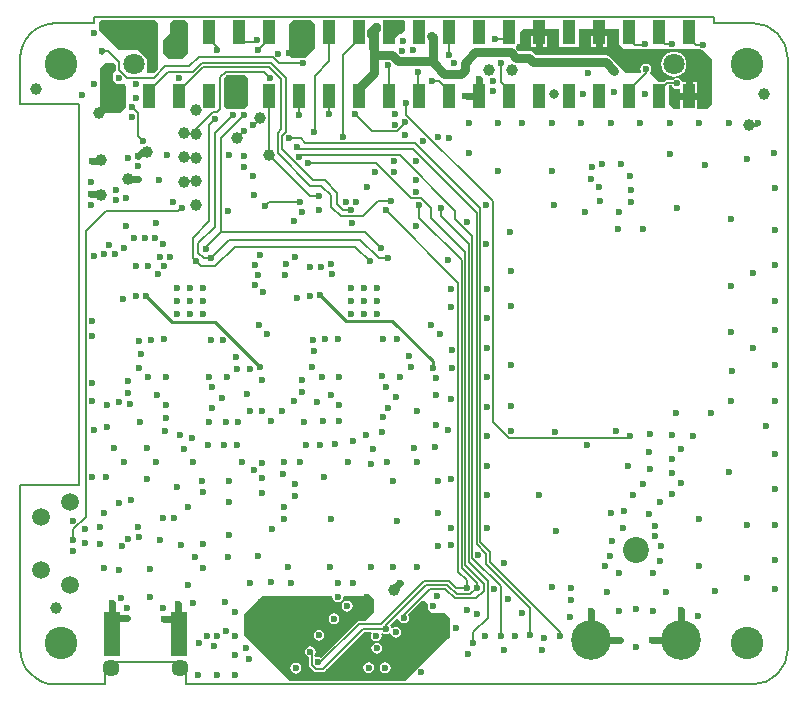
<source format=gbl>
G04 Layer_Physical_Order=4*
G04 Layer_Color=16711680*
%FSLAX44Y44*%
%MOMM*%
G71*
G01*
G75*
%ADD33C,1.0000*%
%ADD71C,0.2500*%
%ADD72C,0.1500*%
%ADD73C,0.3000*%
%ADD74C,0.5000*%
%ADD75C,0.6000*%
%ADD78C,1.0000*%
%ADD81C,0.2000*%
%ADD83C,0.8000*%
%ADD85C,1.8000*%
%ADD86C,3.3600*%
%ADD87C,2.2000*%
%ADD88C,2.7500*%
%ADD89C,1.4500*%
%ADD90C,1.5000*%
%ADD91C,0.6000*%
%ADD92C,0.8000*%
%ADD104R,1.3500X3.8350*%
%ADD105R,1.0000X2.0500*%
G36*
X193000Y513500D02*
X193000Y490250D01*
X190250Y487500D01*
X175500D01*
X173000Y490000D01*
X173000Y513500D01*
X175750Y516250D01*
X190250Y516250D01*
X193000Y513500D01*
D02*
G37*
G36*
X114299Y562451D02*
X116500Y560250D01*
X116500Y543250D01*
X116500Y520494D01*
X113256Y517250D01*
X110000Y517250D01*
X107000Y520250D01*
X107000Y529500D01*
X99500Y537000D01*
X83502Y537000D01*
X66500Y554000D01*
X66500Y560500D01*
X68451Y562451D01*
X114299D01*
D02*
G37*
G36*
X551761Y506994D02*
X552756Y505506D01*
X554244Y504511D01*
X556000Y504162D01*
X557756Y504511D01*
X557980Y504661D01*
X559100Y504062D01*
X559100Y487500D01*
X552750Y487500D01*
X549000Y491250D01*
X549000Y507206D01*
X551719D01*
X551761Y506994D01*
D02*
G37*
G36*
X263796Y74750D02*
X264412Y74000D01*
X264761Y72244D01*
X265756Y70756D01*
X267244Y69761D01*
X269000Y69412D01*
X270756Y69761D01*
X272244Y70756D01*
X273239Y72244D01*
X273588Y74000D01*
X274204Y74750D01*
X297000Y74750D01*
X299750Y72000D01*
X299750Y61250D01*
X292332Y53832D01*
X286788D01*
X285910Y53657D01*
X285166Y53160D01*
X254498Y22492D01*
X253755Y22989D01*
X251999Y23338D01*
X250433Y23026D01*
X249288Y23729D01*
X249127Y24705D01*
X249988Y25994D01*
X250338Y27750D01*
X249988Y29506D01*
X248994Y30994D01*
X247505Y31989D01*
X245749Y32338D01*
X243993Y31989D01*
X242505Y30994D01*
X241510Y29506D01*
X241161Y27750D01*
X241510Y25994D01*
X242505Y24506D01*
X243993Y23511D01*
X244455Y23419D01*
Y16575D01*
X244630Y15697D01*
X245127Y14953D01*
X248952Y11128D01*
X248952Y11128D01*
X249697Y10630D01*
X250575Y10456D01*
X256424D01*
X257302Y10630D01*
X258046Y11128D01*
X258275Y11470D01*
X291513Y44708D01*
X296938D01*
X297617Y43438D01*
X297160Y42756D01*
X296811Y41000D01*
X297160Y39244D01*
X298155Y37756D01*
X299644Y36761D01*
X301399Y36412D01*
X303155Y36761D01*
X304644Y37756D01*
X305638Y39244D01*
X305988Y41000D01*
X305686Y42515D01*
X306241Y43313D01*
X306583Y43629D01*
X306721Y43624D01*
X308009Y42763D01*
X309765Y42414D01*
X311521Y42763D01*
X312485Y43408D01*
X313856Y42944D01*
X313876Y42926D01*
X314011Y42244D01*
X315006Y40756D01*
X316494Y39761D01*
X318250Y39412D01*
X320006Y39761D01*
X321494Y40756D01*
X322489Y42244D01*
X322838Y44000D01*
X322489Y45756D01*
X321494Y47244D01*
X320006Y48239D01*
X318250Y48588D01*
X316494Y48239D01*
X315530Y47595D01*
X314159Y48058D01*
X314139Y48077D01*
X314004Y48758D01*
X313009Y50247D01*
X313007Y50269D01*
X318959Y56221D01*
X320265Y55730D01*
X320510Y54494D01*
X321505Y53005D01*
X322994Y52011D01*
X324749Y51662D01*
X326505Y52011D01*
X327994Y53005D01*
X328988Y54494D01*
X329338Y56250D01*
X328988Y58005D01*
X328392Y58898D01*
X339744Y70250D01*
X342553D01*
X345000Y67803D01*
Y66946D01*
X344911Y66500D01*
X345000Y66054D01*
X345000Y63500D01*
X348250Y60250D01*
X359500D01*
X364000Y55750D01*
X364000Y41250D01*
X326000Y3250D01*
X227500Y3250D01*
X189250Y41500D01*
X189250Y59500D01*
X204500Y74750D01*
X263796Y74750D01*
D02*
G37*
G36*
X81000Y524250D02*
X81000Y519250D01*
X79000Y517250D01*
X79000Y511567D01*
X82066Y508500D01*
X83731D01*
X84029Y508441D01*
X84327Y508500D01*
X88250D01*
X89750Y507000D01*
Y488500D01*
X85250Y484000D01*
X68398Y483999D01*
X67500Y484897D01*
X67500Y522250D01*
X71500Y526250D01*
X79000D01*
X81000Y524250D01*
D02*
G37*
G36*
X305750Y558250D02*
X305750Y553750D01*
X303500Y551500D01*
X303500Y537250D01*
X296398Y537250D01*
X295500Y538148D01*
X295500Y547000D01*
X293500Y549000D01*
Y553750D01*
X299750Y560000D01*
X304000Y560000D01*
X305750Y558250D01*
D02*
G37*
G36*
X506875Y542125D02*
X511250Y537750D01*
X576387D01*
X576744Y537511D01*
X577985Y537264D01*
X586000Y529250D01*
X586000Y491750D01*
X581750Y487500D01*
X574248Y487500D01*
X573350Y488398D01*
X573350Y510250D01*
X560290Y510250D01*
X560239Y510506D01*
X559244Y511994D01*
X557756Y512989D01*
X556000Y513338D01*
X554244Y512989D01*
X552756Y511994D01*
X552622Y511794D01*
X547400D01*
X546522Y511619D01*
X545778Y511122D01*
X544906Y510250D01*
X540500Y510250D01*
X533094Y517656D01*
X533989Y518994D01*
X534338Y520750D01*
X533989Y522506D01*
X532994Y523994D01*
X531506Y524989D01*
X529750Y525338D01*
X527994Y524989D01*
X526506Y523994D01*
X525511Y522506D01*
X525162Y520750D01*
X525506Y519020D01*
X525550Y518790D01*
X524831Y517750D01*
X512500Y517750D01*
X507079Y523171D01*
X506715Y523715D01*
X499590Y530840D01*
X497771Y532056D01*
X495625Y532483D01*
X436948D01*
X434715Y534715D01*
X432896Y535931D01*
X430750Y536358D01*
X421802D01*
X420000Y538160D01*
X420000Y540250D01*
X420250Y540500D01*
X420400D01*
Y540650D01*
X423000Y543250D01*
X423000Y552000D01*
X426250Y555250D01*
X432250D01*
X432250Y539750D01*
X446500Y539750D01*
X446500Y555250D01*
X456500Y555250D01*
X456500Y539750D01*
X473000D01*
X473000Y555250D01*
X483050Y555250D01*
X483050Y539750D01*
X497300Y539750D01*
X497300Y555250D01*
X506875Y555250D01*
X506875Y542125D01*
D02*
G37*
G36*
X246299Y562451D02*
X250000Y558750D01*
Y539000D01*
X241500Y530500D01*
X229750D01*
X227250Y533000D01*
Y558750D01*
X230951Y562451D01*
X246299D01*
D02*
G37*
G36*
X139549Y562451D02*
X142500Y559500D01*
X142500Y534250D01*
X137750Y529500D01*
X125750Y529500D01*
X121000Y534249D01*
Y545500D01*
X126750Y551250D01*
X126750Y560000D01*
X129201Y562451D01*
X139549D01*
D02*
G37*
G36*
X325352Y562451D02*
X326250Y561553D01*
X326250Y554000D01*
X323000Y550750D01*
X320750Y550750D01*
X317250Y547250D01*
X317250Y542000D01*
X307500D01*
Y562451D01*
X325352D01*
D02*
G37*
%LPC*%
G36*
X294999Y18838D02*
X293244Y18489D01*
X291755Y17494D01*
X290760Y16006D01*
X290411Y14250D01*
X290760Y12494D01*
X291755Y11006D01*
X293244Y10011D01*
X294999Y9662D01*
X296755Y10011D01*
X298244Y11006D01*
X299238Y12494D01*
X299587Y14250D01*
X299238Y16006D01*
X298244Y17494D01*
X296755Y18489D01*
X294999Y18838D01*
D02*
G37*
G36*
X308999Y18588D02*
X307243Y18239D01*
X305755Y17244D01*
X304760Y15756D01*
X304411Y14000D01*
X304760Y12244D01*
X305755Y10756D01*
X307243Y9761D01*
X308999Y9412D01*
X310755Y9761D01*
X312244Y10756D01*
X313238Y12244D01*
X313587Y14000D01*
X313238Y15756D01*
X312244Y17244D01*
X310755Y18239D01*
X308999Y18588D01*
D02*
G37*
G36*
X233499Y18338D02*
X231744Y17989D01*
X230255Y16995D01*
X229261Y15506D01*
X228911Y13750D01*
X229261Y11994D01*
X230255Y10506D01*
X231744Y9511D01*
X233499Y9162D01*
X235255Y9511D01*
X236744Y10506D01*
X237738Y11994D01*
X238088Y13750D01*
X237738Y15506D01*
X236744Y16995D01*
X235255Y17989D01*
X233499Y18338D01*
D02*
G37*
G36*
X301999Y35088D02*
X300243Y34739D01*
X298755Y33744D01*
X297760Y32256D01*
X297411Y30500D01*
X297760Y28744D01*
X298755Y27256D01*
X300243Y26261D01*
X301999Y25912D01*
X303755Y26261D01*
X305244Y27256D01*
X306238Y28744D01*
X306588Y30500D01*
X306238Y32256D01*
X305244Y33744D01*
X303755Y34739D01*
X301999Y35088D01*
D02*
G37*
G36*
X276999Y70838D02*
X275243Y70489D01*
X273755Y69494D01*
X272760Y68006D01*
X272411Y66250D01*
X272760Y64494D01*
X273755Y63006D01*
X275243Y62011D01*
X276999Y61662D01*
X278755Y62011D01*
X280244Y63006D01*
X281238Y64494D01*
X281588Y66250D01*
X281238Y68006D01*
X280244Y69494D01*
X278755Y70489D01*
X276999Y70838D01*
D02*
G37*
G36*
X252999Y46088D02*
X251244Y45739D01*
X249755Y44744D01*
X248761Y43256D01*
X248411Y41500D01*
X248761Y39744D01*
X249755Y38256D01*
X251244Y37261D01*
X252999Y36912D01*
X254755Y37261D01*
X256244Y38256D01*
X257238Y39744D01*
X257588Y41500D01*
X257238Y43256D01*
X256244Y44744D01*
X254755Y45739D01*
X252999Y46088D01*
D02*
G37*
G36*
X265763Y60341D02*
X264007Y59992D01*
X262519Y58997D01*
X261524Y57509D01*
X261175Y55753D01*
X261524Y53997D01*
X262519Y52508D01*
X264007Y51514D01*
X265763Y51165D01*
X267519Y51514D01*
X269007Y52508D01*
X270002Y53997D01*
X270351Y55753D01*
X270002Y57509D01*
X269007Y58997D01*
X267519Y59992D01*
X265763Y60341D01*
D02*
G37*
G36*
X553600Y535591D02*
X550859Y535230D01*
X548305Y534172D01*
X546111Y532489D01*
X544428Y530295D01*
X543370Y527741D01*
X543009Y525000D01*
X543370Y522259D01*
X544428Y519705D01*
X546111Y517511D01*
X548305Y515828D01*
X550859Y514770D01*
X553600Y514409D01*
X556341Y514770D01*
X558895Y515828D01*
X561089Y517511D01*
X562772Y519705D01*
X563830Y522259D01*
X564190Y525000D01*
X563830Y527741D01*
X562772Y530295D01*
X561089Y532489D01*
X558895Y534172D01*
X556341Y535230D01*
X553600Y535591D01*
D02*
G37*
%LPD*%
D33*
X68250Y414500D02*
D03*
X13500Y504250D02*
D03*
X30000Y65000D02*
D03*
X630000Y500000D02*
D03*
X210700Y448300D02*
D03*
X617000Y473500D02*
D03*
X316750Y79823D02*
D03*
X67000Y484000D02*
D03*
X68750Y444000D02*
D03*
X107500Y450500D02*
D03*
X91750Y427750D02*
D03*
X246750Y65250D02*
D03*
X138500Y467250D02*
D03*
Y446250D02*
D03*
Y425250D02*
D03*
X183500Y462500D02*
D03*
X203250Y479250D02*
D03*
X148500Y406000D02*
D03*
X148500Y486000D02*
D03*
X148500Y466000D02*
D03*
Y446000D02*
D03*
Y426000D02*
D03*
X416751Y520250D02*
D03*
X396751D02*
D03*
D71*
X254000Y329750D02*
X276250Y307500D01*
X106250Y329250D02*
X129000Y306500D01*
X165250D01*
X203250Y268500D01*
X276250Y307500D02*
X315250D01*
X349250Y267750D02*
Y273500D01*
X315250Y307500D02*
X349250Y273500D01*
D72*
X45000Y121950D02*
Y131300D01*
X55800Y142100D01*
X207600Y405400D02*
X210700Y408500D01*
X237250D01*
X268700Y406300D02*
Y415800D01*
X257800Y426700D02*
X268700Y415800D01*
X248300Y426700D02*
X257800D01*
X263088Y404488D02*
Y414000D01*
X254838Y422250D02*
X263088Y414000D01*
X245325Y422250D02*
X254838D01*
X210700Y448300D02*
X245100Y413900D01*
X253200D01*
X272000Y463500D02*
X272750Y464250D01*
X55800Y142100D02*
Y383600D01*
X72600Y400400D01*
X133700D01*
X136800Y403500D01*
X263088Y404488D02*
X271325Y396250D01*
X217950Y449625D02*
X245325Y422250D01*
X222000Y453000D02*
X248300Y426700D01*
X268700Y406300D02*
X273500Y401500D01*
X330750Y411750D02*
X339425D01*
X301000Y441500D02*
X330750Y411750D01*
X244000Y441500D02*
X301000D01*
X286788Y51538D02*
X305463D01*
X254000Y18750D02*
X286788Y51538D01*
X256424Y12750D02*
Y12863D01*
X545650Y542250D02*
X552250D01*
X520750Y541750D02*
X528500D01*
X529250Y542500D01*
X515500Y547000D02*
X520750Y541750D01*
X406750Y509750D02*
Y526250D01*
X312036Y500265D02*
Y523964D01*
X311250Y524750D02*
X312036Y523964D01*
X210700Y546450D02*
Y552250D01*
X201250Y537000D02*
X210700Y546450D01*
X189300Y544000D02*
X200250D01*
X219500Y525750D02*
X239750D01*
X185300Y551800D02*
Y552250D01*
X188800Y544500D02*
X189300Y544000D01*
X159900Y546850D02*
Y552250D01*
Y546850D02*
X167000Y539750D01*
Y537500D02*
Y539750D01*
X151250Y531500D02*
X213750D01*
X146500Y518500D02*
X154250Y526250D01*
X125000Y518500D02*
X146500D01*
X109100Y502600D02*
X125000Y518500D01*
X148500Y466000D02*
Y470250D01*
X138500Y446250D02*
X138750Y446000D01*
X148500D01*
X138500Y425250D02*
X139251Y426000D01*
X148500D01*
X138500Y467250D02*
X139749Y466000D01*
X148500D01*
Y470250D02*
X163000Y484750D01*
X288000Y376500D02*
X303483Y361017D01*
X177250Y376500D02*
X288000D01*
X161750Y361000D02*
X177250Y376500D01*
X291750Y383000D02*
X305500Y369250D01*
X169750Y383000D02*
X291750D01*
X160250Y473750D02*
X165250Y478750D01*
X160250Y392250D02*
Y473750D01*
X146250Y378250D02*
X160250Y392250D01*
X165000Y466795D02*
X180229Y482024D01*
X165000Y387500D02*
Y466795D01*
X151000Y373500D02*
X165000Y387500D01*
X157250Y370500D02*
X169750Y383000D01*
Y462250D02*
X189500Y482000D01*
X169750Y383000D02*
Y462250D01*
X154250Y526250D02*
X212250D01*
X155250Y522750D02*
X210500D01*
X174000Y518750D02*
X206250D01*
X169250Y514000D02*
X174000Y518750D01*
X169250Y487500D02*
Y514000D01*
X166500Y484750D02*
X169250Y487500D01*
X206250Y518750D02*
X211250Y513750D01*
X221000Y470250D02*
Y512250D01*
X210500Y522750D02*
X221000Y512250D01*
X225250Y467674D02*
Y513250D01*
X212250Y526250D02*
X225250Y513250D01*
X213750Y531500D02*
X219500Y525750D01*
X143000Y523250D02*
X151250Y531500D01*
X134500Y502000D02*
X155250Y522750D01*
X540900Y497750D02*
Y503000D01*
X547400Y509500D01*
X324749Y56250D02*
Y58499D01*
X327000Y482250D02*
X400250Y409000D01*
X327000Y482250D02*
Y492250D01*
X183500Y462500D02*
X189250Y468250D01*
X217950Y449625D02*
Y467200D01*
X222000Y453000D02*
Y464425D01*
X217950Y467200D02*
X221000Y470250D01*
X222000Y464425D02*
X225250Y467674D01*
X363000Y550900D02*
X363100Y551000D01*
X363000Y533250D02*
Y550900D01*
X237500Y462250D02*
X241500Y458250D01*
X227250Y462250D02*
X237500D01*
X309765Y47002D02*
Y50271D01*
X83700Y499000D02*
X84200Y498500D01*
X363100Y499000D02*
Y502400D01*
X337700Y499000D02*
X337750Y499050D01*
X337000Y499800D02*
X337750Y499050D01*
X413900Y546400D02*
Y551000D01*
X401750Y546000D02*
X413500D01*
X413900Y546400D01*
X354250Y511250D02*
X363100Y502400D01*
X337000Y499800D02*
Y518500D01*
X348500Y511250D02*
X354250D01*
X261500Y527500D02*
Y551000D01*
X273500Y533250D02*
X286900Y546650D01*
Y551000D01*
X134500Y499000D02*
Y502000D01*
X249250Y515250D02*
X261500Y527500D01*
X529750Y517250D02*
Y520750D01*
X515500Y503000D02*
X529750Y517250D01*
X515500Y499000D02*
Y503000D01*
Y547000D02*
Y551000D01*
X566300Y547450D02*
X572000Y541750D01*
X566300Y547450D02*
Y551000D01*
X572000Y541750D02*
X578500D01*
X540900Y547000D02*
Y551000D01*
X515250Y208750D02*
X516750Y210250D01*
X400250Y222250D02*
Y409000D01*
Y222250D02*
X413750Y208750D01*
X515250D01*
X83200Y551750D02*
X83700Y552250D01*
X540900Y547000D02*
X545650Y542250D01*
X151000Y365500D02*
Y373500D01*
Y365500D02*
X155500Y361000D01*
X161750D01*
X303483Y361017D02*
X311733D01*
X146250Y360875D02*
X148875Y358250D01*
X146250Y360875D02*
Y378250D01*
X148875Y358250D02*
X152875Y354250D01*
X165250D01*
X181500Y370500D01*
X157250Y368250D02*
Y370500D01*
X181500Y370500D02*
X283750D01*
X296000Y358250D01*
X368375Y394375D02*
X382750Y380000D01*
X356000Y396500D02*
Y403000D01*
Y396500D02*
X379750Y372750D01*
X241500Y458250D02*
X334500D01*
X389500Y403250D01*
X234250Y455250D02*
X236000Y453500D01*
X332250D01*
X386500Y399250D01*
X236250Y446750D02*
X237750Y448250D01*
X348000Y394500D02*
X376750Y365750D01*
X339425Y411750D02*
X348000Y403175D01*
Y394500D02*
Y403175D01*
X338000Y394750D02*
Y405751D01*
Y394750D02*
X373750Y359000D01*
X273500Y401500D02*
X280250D01*
X290000Y396250D02*
X303000Y409250D01*
X271325Y396250D02*
X290000D01*
X303000Y409250D02*
X313770D01*
X309500Y401500D02*
X370750Y340250D01*
X197750Y473750D02*
X203250Y479250D01*
X197250Y473750D02*
X197750D01*
X406750Y509750D02*
X413900Y502600D01*
Y499000D02*
Y502600D01*
X163000Y484750D02*
X166500D01*
X321250Y448250D02*
X368375Y401125D01*
Y394375D02*
Y401125D01*
X237750Y448250D02*
X321250D01*
X113000Y513750D02*
X122500Y523250D01*
X143000D01*
X109100Y499000D02*
Y502600D01*
X69500Y534000D02*
Y536250D01*
X84000Y520500D02*
X90750Y513750D01*
X113000D01*
X210700Y448300D02*
Y497750D01*
Y499000D01*
X261500Y497750D02*
Y499000D01*
X74500Y536250D02*
X84000Y526750D01*
X69500Y536250D02*
X74500D01*
X84000Y520500D02*
Y526750D01*
X547400Y509500D02*
X556000D01*
X95000Y488500D02*
X100000Y483500D01*
Y464000D02*
Y483500D01*
Y464000D02*
X104000Y460000D01*
X245749Y27750D02*
X246749Y26750D01*
Y16575D02*
Y26750D01*
Y16575D02*
X250575Y12750D01*
X256424D01*
X251999Y18750D02*
X254000D01*
X256424Y12863D02*
X290563Y47002D01*
X309765D01*
X325500Y475075D02*
Y476325D01*
X319175Y468750D02*
X325500Y475075D01*
X236000Y482250D02*
X236100Y482350D01*
Y497750D01*
X261500Y482500D02*
X261500Y482500D01*
X261500Y482500D02*
Y497750D01*
X248500Y467500D02*
X249250Y468250D01*
Y515250D01*
X297675Y468750D02*
X319175D01*
X283750Y482674D02*
X297675Y468750D01*
X273500Y463500D02*
Y533250D01*
X359000Y551000D02*
X363100D01*
X376750Y101007D02*
Y365750D01*
X379750Y103500D02*
Y372750D01*
X386500Y118750D02*
Y399250D01*
Y118750D02*
X394500Y110750D01*
X389500Y120500D02*
Y403250D01*
Y120500D02*
X397750Y112250D01*
X369250Y81750D02*
X378000D01*
X305463Y51538D02*
X341674Y87750D01*
X363250D01*
X369250Y81750D01*
X309765Y50271D02*
X343744Y84250D01*
X361750D01*
X369500Y76500D01*
X324749Y58499D02*
X347250Y81000D01*
X359750D01*
X367875Y72875D01*
X386300D01*
X373750Y98750D02*
Y359000D01*
X370750Y95250D02*
Y340250D01*
Y95250D02*
X378000Y88000D01*
Y81750D02*
Y88000D01*
X386500Y81750D02*
Y86000D01*
X373750Y98750D02*
X386500Y86000D01*
X381250Y76500D02*
X386500Y81750D01*
X369500Y76500D02*
X381250D01*
X386300Y72875D02*
X392500Y79075D01*
Y85257D01*
X376750Y101007D02*
X392500Y85257D01*
X379750Y103500D02*
X395750Y87500D01*
X397750Y103500D02*
Y112250D01*
Y103500D02*
X457000Y44250D01*
Y41000D02*
Y44250D01*
X394500Y101500D02*
Y110750D01*
Y101500D02*
X431750Y64250D01*
Y41500D02*
Y64250D01*
X382750Y107076D02*
X406750Y83075D01*
X382750Y107076D02*
Y380000D01*
X406750Y41250D02*
Y83075D01*
X383250Y35000D02*
Y44000D01*
X395750Y56500D01*
Y87500D01*
X620000Y0D02*
G03*
X650000Y30000I0J30000D01*
G01*
X650000Y530000D02*
G03*
X620000Y560000I-30000J0D01*
G01*
X572000Y0D02*
X620000D01*
X498000D02*
X572000D01*
X140250D02*
X498000D01*
X140250D02*
Y19250D01*
X71750D02*
X140250D01*
X71750Y0D02*
Y19250D01*
X30000Y0D02*
X71750D01*
X24148Y576D02*
X30000Y0D01*
X18520Y2284D02*
X24148Y576D01*
X13333Y5056D02*
X18520Y2284D01*
X8787Y8787D02*
X13333Y5056D01*
X5056Y13333D02*
X8787Y8787D01*
X2284Y18520D02*
X5056Y13333D01*
X577Y24147D02*
X2284Y18520D01*
X0Y30000D02*
X577Y24147D01*
X0Y30000D02*
Y168500D01*
X49750D01*
Y491250D01*
X0D02*
X49750D01*
X0D02*
Y530000D01*
X577Y535853D01*
X2284Y541480D01*
X5056Y546667D01*
X8787Y551213D01*
X13333Y554944D01*
X18520Y557716D01*
X24148Y559424D01*
X30000Y560000D01*
X62750Y560000D01*
X62750Y565000D02*
X62750Y560000D01*
X62750Y565000D02*
X587250Y565000D01*
X587250Y560000D01*
X620000Y560000D01*
X650000Y30000D02*
X650000Y530000D01*
D73*
X623500Y473500D02*
X625000Y475000D01*
X617000Y473500D02*
X623500D01*
D74*
X340749Y66500D02*
Y67650D01*
D75*
X543526Y513223D02*
Y513275D01*
X388500Y512500D02*
X388500Y512500D01*
X388500Y497750D02*
Y512500D01*
X378500Y498250D02*
X388000D01*
X388500Y497750D01*
X60750Y443500D02*
X68250D01*
X566300Y497750D02*
Y513800D01*
X431500Y552250D02*
X439300D01*
X490100Y536200D02*
Y552250D01*
X478550D02*
X490100D01*
X502050D01*
X439300D02*
X451250D01*
X439300Y536200D02*
Y552250D01*
X576500Y499000D02*
X576750Y498750D01*
X312300Y552250D02*
Y556500D01*
Y548000D02*
Y552250D01*
X134250Y29000D02*
Y42228D01*
X68250Y443500D02*
X68750Y444000D01*
X91750Y427750D02*
X92000Y427500D01*
X100000D01*
X555250Y499000D02*
X555250Y499000D01*
X185734Y512800D02*
X185759Y512775D01*
X185300Y512800D02*
X185734D01*
X563227Y42500D02*
X563500Y42228D01*
X77750Y29000D02*
Y42430D01*
X77750Y42430D01*
X483250Y37900D02*
Y62250D01*
Y37900D02*
X483400Y37750D01*
X508000D01*
X508000Y37750D01*
X559500Y37850D02*
X559600Y37750D01*
X559500Y37850D02*
Y62750D01*
X534750Y37750D02*
X559600D01*
X67750Y415000D02*
X68250Y414500D01*
X60250Y415000D02*
X67750D01*
X100000Y447250D02*
X103250Y450500D01*
X107500D01*
X316750Y81250D02*
X321750Y86250D01*
X316750Y79823D02*
Y81250D01*
X77750Y42430D02*
Y68500D01*
X77750Y56500D02*
X90750D01*
X133977Y42500D02*
X134250Y42228D01*
X134000Y42477D02*
Y68250D01*
X121500Y55500D02*
X134250D01*
X134149Y42329D02*
X134250Y42228D01*
X185300Y499000D02*
Y512800D01*
X554350Y497750D02*
X566300D01*
X577850D01*
D78*
X134500Y538500D02*
Y551000D01*
D81*
X354017Y462767D02*
Y462773D01*
D83*
X299500Y517250D02*
Y531250D01*
X286900Y504650D02*
X299500Y517250D01*
X286900Y497750D02*
Y504650D01*
X434625Y526875D02*
X495625D01*
X502750Y519750D01*
X430750Y530750D02*
X434625Y526875D01*
X419479Y530750D02*
X430750D01*
X415229Y535000D02*
X419479Y530750D01*
X385250Y535000D02*
X415229D01*
X376500Y526250D02*
X385250Y535000D01*
X349250Y529000D02*
Y536750D01*
X299500Y531250D02*
X301500Y533250D01*
X314771D01*
X320020Y528000D01*
X348250D01*
X349250Y529000D01*
X376500Y520250D02*
Y526250D01*
X373250Y517000D02*
X376500Y520250D01*
X359000Y517000D02*
X373250D01*
X349250Y526750D02*
X359000Y517000D01*
X349250Y526750D02*
Y529000D01*
Y536750D02*
Y547950D01*
X348200Y549000D02*
X349250Y547950D01*
X299500Y531250D02*
Y553750D01*
D85*
X553600Y525000D02*
D03*
X96400D02*
D03*
D86*
X559600Y37750D02*
D03*
X483400D02*
D03*
D87*
X521500Y113950D02*
D03*
D88*
X35000Y35000D02*
D03*
Y525000D02*
D03*
X615000D02*
D03*
Y35000D02*
D03*
D89*
X76750Y14250D02*
D03*
X135250Y14250D02*
D03*
D90*
X42500Y84000D02*
D03*
X17500Y96500D02*
D03*
Y141500D02*
D03*
X42500Y154000D02*
D03*
D91*
X132875Y335500D02*
D03*
Y313500D02*
D03*
Y324500D02*
D03*
X143875Y313500D02*
D03*
Y324500D02*
D03*
X154875Y313500D02*
D03*
X143875Y335500D02*
D03*
X154875Y324500D02*
D03*
Y335500D02*
D03*
X280000Y336000D02*
D03*
Y314000D02*
D03*
Y325000D02*
D03*
X291000Y314000D02*
D03*
Y325000D02*
D03*
X302000Y314000D02*
D03*
X291000Y336000D02*
D03*
X302000Y325000D02*
D03*
Y336000D02*
D03*
X91250Y246500D02*
D03*
X239000Y247250D02*
D03*
X588000Y78750D02*
D03*
X639000Y81000D02*
D03*
X44900Y112550D02*
D03*
X44700Y138650D02*
D03*
X45000Y121950D02*
D03*
X136800Y403500D02*
D03*
X207600Y405400D02*
D03*
X237250Y408500D02*
D03*
X253200Y413900D02*
D03*
X92750Y237500D02*
D03*
X237250Y188000D02*
D03*
X187500Y188500D02*
D03*
X365000Y241750D02*
D03*
X335500Y388500D02*
D03*
X146750Y188250D02*
D03*
X277750D02*
D03*
X310250D02*
D03*
X300500Y434000D02*
D03*
X124000Y542750D02*
D03*
X62250Y551750D02*
D03*
X251999Y18750D02*
D03*
X252999Y32750D02*
D03*
X543526Y513275D02*
D03*
X502750Y501500D02*
D03*
X406750Y526250D02*
D03*
X400500Y511000D02*
D03*
X388500Y512500D02*
D03*
X324250Y545000D02*
D03*
X332250Y537500D02*
D03*
X349250Y536750D02*
D03*
X322250Y556750D02*
D03*
X201250Y537000D02*
D03*
X177250Y448000D02*
D03*
X124000D02*
D03*
X117500Y427000D02*
D03*
X129250Y408000D02*
D03*
X94750Y480000D02*
D03*
X98250Y496500D02*
D03*
X200500Y545500D02*
D03*
X134250Y513000D02*
D03*
X176250Y491000D02*
D03*
X167000Y537500D02*
D03*
X177250Y513000D02*
D03*
X211250Y513750D02*
D03*
X239750Y525750D02*
D03*
X506750Y62000D02*
D03*
X496500Y78000D02*
D03*
X546750D02*
D03*
X541500Y154750D02*
D03*
X551500Y161500D02*
D03*
X443500Y39250D02*
D03*
X349499Y66500D02*
D03*
X449500Y541000D02*
D03*
X480500Y517750D02*
D03*
X476750Y499500D02*
D03*
X529250Y499500D02*
D03*
X577000Y490500D02*
D03*
X503250Y540750D02*
D03*
X189250Y468250D02*
D03*
X197250Y473750D02*
D03*
X363000Y533250D02*
D03*
X302750Y556750D02*
D03*
X376500Y526250D02*
D03*
X367500Y526000D02*
D03*
X227250Y462250D02*
D03*
X248500Y467500D02*
D03*
X234250Y455250D02*
D03*
X236250Y446750D02*
D03*
X280250Y401500D02*
D03*
X296500Y550500D02*
D03*
X480250Y535750D02*
D03*
X325750Y465500D02*
D03*
X394500Y405750D02*
D03*
X414749Y383000D02*
D03*
X424750Y60750D02*
D03*
X231750Y392250D02*
D03*
X176250Y400750D02*
D03*
X247000Y540250D02*
D03*
X134250Y534500D02*
D03*
X125750Y534250D02*
D03*
X555250Y499750D02*
D03*
X576750Y499750D02*
D03*
X376750Y498250D02*
D03*
X186509Y512775D02*
D03*
X387000Y59250D02*
D03*
X369000Y47750D02*
D03*
X383250Y35000D02*
D03*
X378250Y63000D02*
D03*
X361000Y54500D02*
D03*
X361500Y40750D02*
D03*
X457000Y41000D02*
D03*
X431750Y41500D02*
D03*
X406750Y41250D02*
D03*
X418750Y41000D02*
D03*
X393500D02*
D03*
X379250Y26000D02*
D03*
X442250Y28750D02*
D03*
X409750Y29000D02*
D03*
X121750Y354125D02*
D03*
X324749Y56250D02*
D03*
X340749Y66500D02*
D03*
X521500Y63750D02*
D03*
X574000Y58250D02*
D03*
X559500Y62750D02*
D03*
X534750Y37750D02*
D03*
X521750Y32000D02*
D03*
X508000Y37750D02*
D03*
X483250Y62250D02*
D03*
X542500Y116750D02*
D03*
X541750Y104500D02*
D03*
X536250Y94250D02*
D03*
X506750Y94000D02*
D03*
X499750Y108750D02*
D03*
X501250Y121500D02*
D03*
X532500Y144500D02*
D03*
X537750Y134000D02*
D03*
X537250Y125250D02*
D03*
X510500Y132500D02*
D03*
X511500Y147000D02*
D03*
X518500Y160000D02*
D03*
X527250Y170000D02*
D03*
X245500Y328500D02*
D03*
X263250Y355750D02*
D03*
X203000Y363500D02*
D03*
X198750Y355000D02*
D03*
Y338250D02*
D03*
X309765Y47002D02*
D03*
X295499Y63750D02*
D03*
X261749Y10764D02*
D03*
X245749Y27750D02*
D03*
X252999Y41500D02*
D03*
X339499Y10250D02*
D03*
X301399Y41000D02*
D03*
X301999Y30500D02*
D03*
X308999Y14000D02*
D03*
X294999Y14250D02*
D03*
X309249Y23500D02*
D03*
X265763Y55753D02*
D03*
X276999Y66250D02*
D03*
X285999Y66500D02*
D03*
X192249Y54250D02*
D03*
X203749Y69750D02*
D03*
X191499Y30500D02*
D03*
X193749Y21250D02*
D03*
X233499Y13750D02*
D03*
X305500Y369250D02*
D03*
X205500Y332500D02*
D03*
X201000Y346750D02*
D03*
X311733Y361017D02*
D03*
X224750Y356250D02*
D03*
X224500Y346500D02*
D03*
X232750Y362000D02*
D03*
X264000Y347250D02*
D03*
X255000Y353500D02*
D03*
X245000D02*
D03*
X516750Y210250D02*
D03*
X164500Y32500D02*
D03*
X99500Y133250D02*
D03*
X93750Y155750D02*
D03*
X91500Y123500D02*
D03*
X136500Y118250D02*
D03*
X100500Y124750D02*
D03*
X118500Y122000D02*
D03*
X121250Y140750D02*
D03*
X130250Y140500D02*
D03*
X142250Y150500D02*
D03*
X148250Y107750D02*
D03*
X120750Y64750D02*
D03*
X121500Y55500D02*
D03*
X71250Y145250D02*
D03*
X83750Y153500D02*
D03*
X204500Y162250D02*
D03*
Y174750D02*
D03*
Y187500D02*
D03*
X223000Y188000D02*
D03*
X222750Y178250D02*
D03*
X232500Y169250D02*
D03*
Y159250D02*
D03*
X223000Y150000D02*
D03*
Y140250D02*
D03*
X213500Y131250D02*
D03*
X106250Y329250D02*
D03*
X97750Y329000D02*
D03*
X108250Y354250D02*
D03*
X98000Y354000D02*
D03*
X116750Y347250D02*
D03*
X254000Y329750D02*
D03*
X349250Y267750D02*
D03*
X203250Y268500D02*
D03*
X83750Y239000D02*
D03*
X91000Y257000D02*
D03*
X100500Y290750D02*
D03*
X102750Y279750D02*
D03*
X100250Y268250D02*
D03*
X122000Y292000D02*
D03*
X108000Y260250D02*
D03*
X123250Y260000D02*
D03*
X116000Y244750D02*
D03*
X123250Y236250D02*
D03*
Y225750D02*
D03*
X123000Y214250D02*
D03*
X135750Y210750D02*
D03*
X145750Y208250D02*
D03*
X159000Y203000D02*
D03*
X173000D02*
D03*
X184000Y202750D02*
D03*
X138500Y199500D02*
D03*
X162250Y251750D02*
D03*
X170750Y242750D02*
D03*
X162250Y233750D02*
D03*
X159750Y222500D02*
D03*
X174250Y222250D02*
D03*
X184500Y222500D02*
D03*
X194250Y231750D02*
D03*
X212250Y223250D02*
D03*
X205000Y231250D02*
D03*
X221500Y231500D02*
D03*
X198000Y181750D02*
D03*
X177000Y172500D02*
D03*
X153750Y172250D02*
D03*
X176750Y154000D02*
D03*
X176000Y108250D02*
D03*
X201500Y109000D02*
D03*
X177000Y126750D02*
D03*
X155250Y98500D02*
D03*
X160000Y260250D02*
D03*
X174750D02*
D03*
X182750Y277250D02*
D03*
X183750Y267000D02*
D03*
X194750Y267250D02*
D03*
X204500Y257500D02*
D03*
X73500Y236750D02*
D03*
X73250Y218000D02*
D03*
X79250Y200250D02*
D03*
X107750Y199750D02*
D03*
X115249Y188500D02*
D03*
X88250Y188500D02*
D03*
X72750Y175500D02*
D03*
X107250Y174250D02*
D03*
X101750Y222500D02*
D03*
X132500Y166750D02*
D03*
X192000Y246250D02*
D03*
X161750Y291750D02*
D03*
X171750D02*
D03*
X110750Y291250D02*
D03*
X231750Y239750D02*
D03*
X238250Y257500D02*
D03*
X269250Y292250D02*
D03*
X257750Y292000D02*
D03*
X247750Y291750D02*
D03*
X248750Y282250D02*
D03*
X246750Y269000D02*
D03*
X255250Y260250D02*
D03*
X270250D02*
D03*
X263250Y245000D02*
D03*
X270250Y236750D02*
D03*
X270000Y223000D02*
D03*
X256500Y222750D02*
D03*
X240250Y222500D02*
D03*
X251000Y239000D02*
D03*
X241750Y202750D02*
D03*
X253500Y203000D02*
D03*
X267000Y203250D02*
D03*
X282250Y205750D02*
D03*
X293250Y211500D02*
D03*
X306750Y214000D02*
D03*
X307000Y226000D02*
D03*
X311500Y234250D02*
D03*
X318250Y243250D02*
D03*
X309750Y252000D02*
D03*
X306500Y261250D02*
D03*
X307250Y292250D02*
D03*
X319000D02*
D03*
X322000Y260500D02*
D03*
X331000Y268750D02*
D03*
X329250Y278000D02*
D03*
X351750Y259000D02*
D03*
X352000Y244750D02*
D03*
X352000Y219750D02*
D03*
X351000Y200750D02*
D03*
X333250Y200250D02*
D03*
X336250Y231250D02*
D03*
X299000Y199500D02*
D03*
X296750Y186750D02*
D03*
X336250Y188500D02*
D03*
X226500Y99250D02*
D03*
X262750Y99500D02*
D03*
X297250D02*
D03*
X336250Y99750D02*
D03*
X354000Y116750D02*
D03*
X353750Y144750D02*
D03*
X354000Y172500D02*
D03*
X257250Y175500D02*
D03*
X315500Y172500D02*
D03*
X263500Y139750D02*
D03*
X319500Y138250D02*
D03*
X533000Y211750D02*
D03*
X532500Y197000D02*
D03*
X533000Y182750D02*
D03*
X559250Y170500D02*
D03*
X551750Y179000D02*
D03*
Y191000D02*
D03*
X559500Y199000D02*
D03*
X551750Y211000D02*
D03*
X85500Y73000D02*
D03*
X109750Y73750D02*
D03*
X90750Y56250D02*
D03*
X109750Y97500D02*
D03*
X84000Y97000D02*
D03*
X71000Y98500D02*
D03*
X86250Y116750D02*
D03*
X68000Y133000D02*
D03*
X67750Y119000D02*
D03*
X146750Y68750D02*
D03*
X151580Y35001D02*
D03*
X150750Y8250D02*
D03*
X166500D02*
D03*
X181500Y61500D02*
D03*
X173750Y69500D02*
D03*
X166500Y41000D02*
D03*
X158000Y40750D02*
D03*
X154500Y118500D02*
D03*
X154750Y162500D02*
D03*
X234000Y326750D02*
D03*
X86750Y326000D02*
D03*
X87750Y369250D02*
D03*
X118250Y362250D02*
D03*
X126750D02*
D03*
X96250Y378250D02*
D03*
X105500D02*
D03*
X114000D02*
D03*
X121000Y372500D02*
D03*
X70750Y364750D02*
D03*
X75500Y372000D02*
D03*
X80000Y364750D02*
D03*
X202000Y304000D02*
D03*
X209000Y297000D02*
D03*
X348250Y304000D02*
D03*
X355250Y297000D02*
D03*
X100000Y447250D02*
D03*
X100000Y438500D02*
D03*
X100000Y427500D02*
D03*
X90000Y411500D02*
D03*
X81250Y418500D02*
D03*
Y410000D02*
D03*
X60250Y405750D02*
D03*
X60250Y425500D02*
D03*
X60750Y443500D02*
D03*
X60250Y415000D02*
D03*
X89250Y388500D02*
D03*
X115000Y390750D02*
D03*
X61100Y175250D02*
D03*
X62500Y215250D02*
D03*
X61100Y240000D02*
D03*
Y255250D02*
D03*
X62500Y362500D02*
D03*
X61100Y295000D02*
D03*
Y307750D02*
D03*
X362500Y359500D02*
D03*
X364750Y334750D02*
D03*
X365000Y319500D02*
D03*
X365250Y283500D02*
D03*
Y268000D02*
D03*
X362500Y215000D02*
D03*
X365000Y173750D02*
D03*
X364750Y132250D02*
D03*
X365000Y118000D02*
D03*
X321750Y86250D02*
D03*
X281500D02*
D03*
X269250Y86000D02*
D03*
X229750D02*
D03*
X195000Y86250D02*
D03*
X212250Y86500D02*
D03*
X54500Y131500D02*
D03*
Y119500D02*
D03*
X142500Y84000D02*
D03*
X492750Y440250D02*
D03*
X484000Y438000D02*
D03*
X483000Y428000D02*
D03*
X490250Y420750D02*
D03*
X491000Y409250D02*
D03*
X508500Y440250D02*
D03*
X516750Y430250D02*
D03*
X517000Y418250D02*
D03*
Y408000D02*
D03*
X507250Y400250D02*
D03*
X527750Y385500D02*
D03*
X506250Y385750D02*
D03*
X639000Y105000D02*
D03*
Y135000D02*
D03*
Y165000D02*
D03*
Y195000D02*
D03*
X631500Y218750D02*
D03*
X639000Y240000D02*
D03*
Y270000D02*
D03*
Y300000D02*
D03*
Y325000D02*
D03*
Y355000D02*
D03*
Y385000D02*
D03*
Y420000D02*
D03*
X638500Y450000D02*
D03*
X625000Y475000D02*
D03*
X600000D02*
D03*
X575000D02*
D03*
X550000D02*
D03*
X525000D02*
D03*
X500000D02*
D03*
X475000D02*
D03*
X450000D02*
D03*
X425000D02*
D03*
X405000D02*
D03*
X380000D02*
D03*
Y450000D02*
D03*
X395000Y335000D02*
D03*
Y310000D02*
D03*
Y285000D02*
D03*
Y260000D02*
D03*
Y235000D02*
D03*
Y210000D02*
D03*
Y185000D02*
D03*
Y160000D02*
D03*
Y132250D02*
D03*
X405000Y435000D02*
D03*
X450000D02*
D03*
X615000Y445000D02*
D03*
X602000Y393750D02*
D03*
X620500Y348000D02*
D03*
X602000Y298750D02*
D03*
X620751Y284500D02*
D03*
X602249Y240000D02*
D03*
X585000Y230000D02*
D03*
X555000D02*
D03*
X570000Y210000D02*
D03*
X600000Y180000D02*
D03*
X575000Y140000D02*
D03*
X615000Y135000D02*
D03*
X575000Y100000D02*
D03*
X615000Y90000D02*
D03*
X515000Y185000D02*
D03*
X500000Y145000D02*
D03*
X495000Y100000D02*
D03*
X453500Y130000D02*
D03*
X439000Y160000D02*
D03*
X480000Y202750D02*
D03*
X416000Y214250D02*
D03*
X415750Y270000D02*
D03*
Y320000D02*
D03*
Y350000D02*
D03*
X550250Y448750D02*
D03*
X580000Y440000D02*
D03*
X261500Y482500D02*
D03*
X236000Y482250D02*
D03*
X189500Y447000D02*
D03*
X189500Y438250D02*
D03*
X161750Y361000D02*
D03*
X157250Y368250D02*
D03*
X180229Y482024D02*
D03*
X189500Y482000D02*
D03*
X148875Y358250D02*
D03*
X296000Y358250D02*
D03*
X165250Y478750D02*
D03*
X284750Y408750D02*
D03*
X275750D02*
D03*
X316500Y433750D02*
D03*
X252850Y401850D02*
D03*
X227750Y534250D02*
D03*
X218750Y534000D02*
D03*
X335250Y426750D02*
D03*
X423000Y539250D02*
D03*
X401750Y546000D02*
D03*
X317000Y482500D02*
D03*
Y474000D02*
D03*
X327000Y492250D02*
D03*
X335250Y443000D02*
D03*
X334750Y417000D02*
D03*
X244000Y441500D02*
D03*
X337000Y518500D02*
D03*
X348500Y511250D02*
D03*
X311250Y524750D02*
D03*
X273500Y463500D02*
D03*
X529750Y520750D02*
D03*
X529250Y542500D02*
D03*
X556000Y508750D02*
D03*
X578500Y541750D02*
D03*
X552250Y542500D02*
D03*
X478500Y551750D02*
D03*
X502750Y519750D02*
D03*
X582750Y521500D02*
D03*
X555250Y490500D02*
D03*
X394750Y373000D02*
D03*
X378750Y391750D02*
D03*
X602250Y337000D02*
D03*
X603000Y265250D02*
D03*
X415250Y235500D02*
D03*
X453000Y214000D02*
D03*
X451750Y405750D02*
D03*
X478250Y399750D02*
D03*
X556250Y403500D02*
D03*
X504250Y214750D02*
D03*
X70250Y556500D02*
D03*
X516250Y521250D02*
D03*
X569000Y521500D02*
D03*
X134000Y68250D02*
D03*
X77750Y68500D02*
D03*
X280750Y391000D02*
D03*
X309500Y401500D02*
D03*
X338000Y405751D02*
D03*
X356000Y403000D02*
D03*
X316500Y443000D02*
D03*
X313770Y409250D02*
D03*
X238750Y400000D02*
D03*
X341250Y460250D02*
D03*
X112250Y537250D02*
D03*
X110000Y520250D02*
D03*
Y528750D02*
D03*
X103750Y537250D02*
D03*
X71000Y508750D02*
D03*
X71250Y500250D02*
D03*
X91250Y445750D02*
D03*
X62250Y508000D02*
D03*
X52250Y499250D02*
D03*
X95000Y488500D02*
D03*
X69500Y536250D02*
D03*
X84029Y513029D02*
D03*
X71000Y517250D02*
D03*
X97750Y508500D02*
D03*
X77750Y522750D02*
D03*
X197500Y430500D02*
D03*
X323730Y536500D02*
D03*
X347750Y549000D02*
D03*
X174000Y45000D02*
D03*
X181500Y41000D02*
D03*
Y8250D02*
D03*
Y24750D02*
D03*
X536250Y62000D02*
D03*
X90500Y64750D02*
D03*
X104000Y460000D02*
D03*
X294000Y74000D02*
D03*
X269000D02*
D03*
X354017Y463273D02*
D03*
X325500Y476325D02*
D03*
X283750Y482674D02*
D03*
X197750Y414050D02*
D03*
X318250Y44000D02*
D03*
X400500Y502500D02*
D03*
X293264Y421021D02*
D03*
X363250Y463000D02*
D03*
X315750Y99500D02*
D03*
X386500Y81750D02*
D03*
X378000D02*
D03*
X409750Y102500D02*
D03*
X450500Y82250D02*
D03*
X413250Y72250D02*
D03*
X465500Y57250D02*
D03*
X466500Y71750D02*
D03*
Y81750D02*
D03*
X388000Y109250D02*
D03*
X352750Y74500D02*
D03*
X401000Y81000D02*
D03*
D92*
X451750Y499500D02*
D03*
D104*
X77750Y42430D02*
D03*
X134250D02*
D03*
D105*
X83700Y497750D02*
D03*
Y552250D02*
D03*
X109100Y497750D02*
D03*
Y552250D02*
D03*
X134500Y497750D02*
D03*
Y552250D02*
D03*
X159900Y497750D02*
D03*
Y552250D02*
D03*
X185300Y497750D02*
D03*
Y552250D02*
D03*
X210700Y497750D02*
D03*
Y552250D02*
D03*
X236100Y497750D02*
D03*
Y552250D02*
D03*
X261500Y497750D02*
D03*
Y552250D02*
D03*
X286900Y497750D02*
D03*
Y552250D02*
D03*
X312300Y497750D02*
D03*
Y552250D02*
D03*
X337700Y497750D02*
D03*
Y552250D02*
D03*
X363100Y497750D02*
D03*
Y552250D02*
D03*
X388500Y497750D02*
D03*
Y552250D02*
D03*
X413900Y497750D02*
D03*
Y552250D02*
D03*
X439300Y497750D02*
D03*
Y552250D02*
D03*
X464700Y497750D02*
D03*
Y552250D02*
D03*
X490100Y497750D02*
D03*
Y552250D02*
D03*
X515500Y497750D02*
D03*
Y552250D02*
D03*
X540900Y497750D02*
D03*
Y552250D02*
D03*
X566300Y497750D02*
D03*
Y552250D02*
D03*
M02*

</source>
